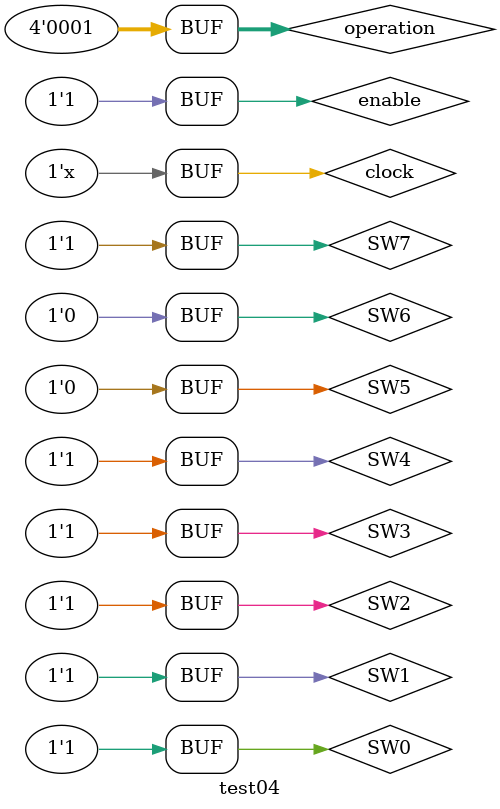
<source format=v>
`timescale 1ns / 1ps


module test04;

	// Inputs
	reg [0:0] clock;
	reg [0:0] SW0;
	reg [0:0] SW1;
	reg [0:0] SW2;
	reg [0:0] SW3;
	reg [0:0] SW4;
	reg [0:0] SW5;
	reg [0:0] SW6;
	reg [0:0] SW7;
	reg [0:0] enable;
	reg [3:0] operation;

	// Outputs
	wire [3:0] rezult;

	// Instantiate the Unit Under Test (UUT)
	CPU uut (
		.clock(clock), 
		.SW0(SW0), 
		.SW1(SW1), 
		.SW2(SW2), 
		.SW3(SW3), 
		.SW4(SW4), 
		.SW5(SW5), 
		.SW6(SW6), 
		.SW7(SW7), 
		.enable(enable), 
		.operation(operation), 
		.rezult(rezult)
	);

	initial begin
		// Initialize Inputs
		clock = 0;
		SW0 = 1;
		SW1 = 1;
		SW2 = 1;
		SW3 = 1;
		
		SW4 = 1;
		SW5 = 0;
		SW6 = 0;
		SW7 = 1;
		enable = 1;
		operation = 2'b01;

		// Wait 100 ns for global reset to finish
		#100;
		
        
		// Add stimulus here

	end
	always @(*)
	begin
	#40;
	clock <= ~clock;
	end      
endmodule


</source>
